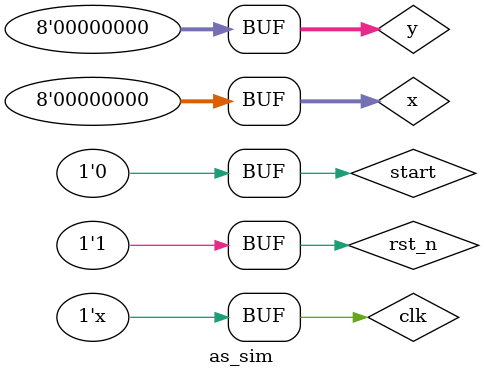
<source format=v>
`timescale 1ns / 1ps


module as_sim(
);
    
reg clk;
reg start;
reg [7:0] x;
reg [7:0] y;
wire busy1;
wire [7:0]z1;
wire [7:0]r1;
reg rst_n;
initial begin
    rst_n = 1;
    clk = 0;
//    start = 0;
    #10 start = 1;
    x = 'h64;
    y = 7;
    #20 
    x = 0;
    y = 0;
    start = 0;
end
always begin
    #10
    clk =~clk;
end

div_rr u_div_rr (
    .clk    (clk  ),
    .rst_n  (rst_n),
    .x      (x    ),
    .y      (y    ),
    .start  (start),
    .z1     (z1   ),
    .r1     (r1   ),
    .busy1  (busy1)
);


endmodule

</source>
